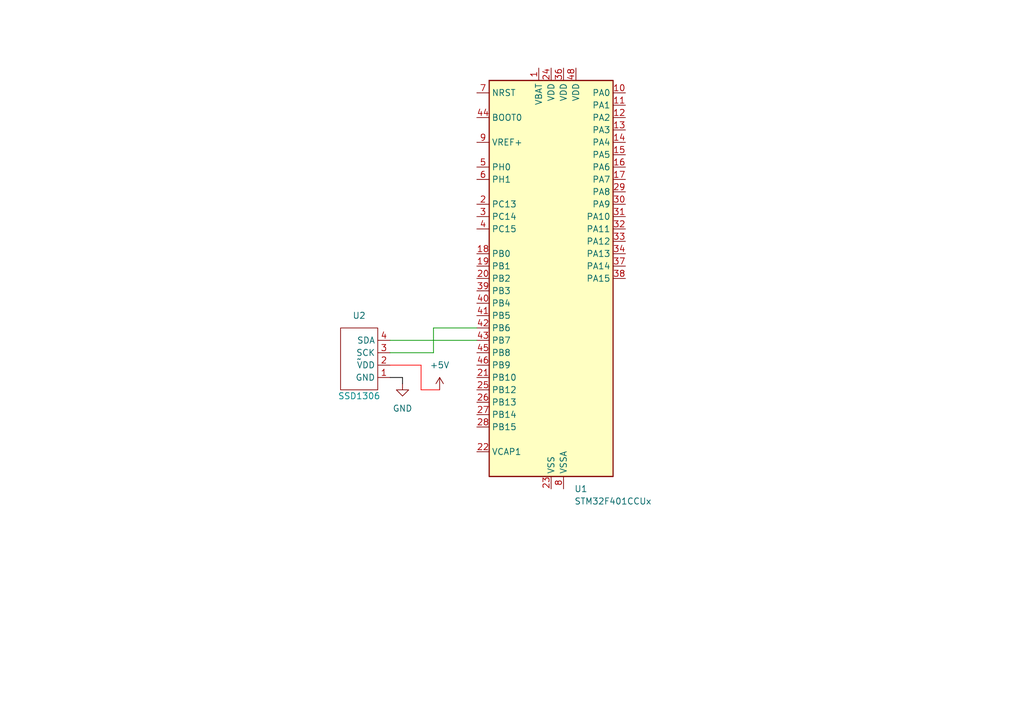
<source format=kicad_sch>
(kicad_sch (version 20230121) (generator eeschema)
  (paper "A5")
  (title_block (title "128x64 I2C OLED Display") (date "2025-10-28") (rev "1") (comment 1 "VDD should be connected to the 5V pin of the board"))
  (lib_symbols
    (symbol "MCU_ST_STM32F4:STM32F401CCUx"
      (property "Reference" "U" (at -12.7 41.91 0))
      (property "Value" "STM32F401CCUx" (at 7.62 41.91 0))
      (symbol "STM32F401CCUx_0_1"
        (rectangle (start -12.7 -40.64) (end 12.7 40.64) (stroke (width 0.254)) (fill (type background)))
      )
      (symbol "STM32F401CCUx_1_1"
        (pin power_in line (at -2.54 43.18 270) (length 2.54) (name "VBAT") (number "1"))
        (pin bidirectional line (at 15.24 38.1 180) (length 2.54) (name "PA0") (number "10"))
        (pin bidirectional line (at 15.24 35.56 180) (length 2.54) (name "PA1") (number "11"))
        (pin bidirectional line (at 15.24 33.02 180) (length 2.54) (name "PA2") (number "12"))
        (pin bidirectional line (at 15.24 30.48 180) (length 2.54) (name "PA3") (number "13"))
        (pin bidirectional line (at 15.24 27.94 180) (length 2.54) (name "PA4") (number "14"))
        (pin bidirectional line (at 15.24 25.4 180) (length 2.54) (name "PA5") (number "15"))
        (pin bidirectional line (at 15.24 22.86 180) (length 2.54) (name "PA6") (number "16"))
        (pin bidirectional line (at 15.24 20.32 180) (length 2.54) (name "PA7") (number "17"))
        (pin bidirectional line (at -15.24 5.08 0) (length 2.54) (name "PB0") (number "18"))
        (pin bidirectional line (at -15.24 2.54 0) (length 2.54) (name "PB1") (number "19"))
        (pin bidirectional line (at -15.24 15.24 0) (length 2.54) (name "PC13") (number "2"))
        (pin bidirectional line (at -15.24 0 0) (length 2.54) (name "PB2") (number "20"))
        (pin bidirectional line (at -15.24 -20.32 0) (length 2.54) (name "PB10") (number "21"))
        (pin power_out line (at -15.24 -35.56 0) (length 2.54) (name "VCAP1") (number "22"))
        (pin power_in line (at 0 -43.18 90) (length 2.54) (name "VSS") (number "23"))
        (pin power_in line (at 0 43.18 270) (length 2.54) (name "VDD") (number "24"))
        (pin bidirectional line (at -15.24 -22.86 0) (length 2.54) (name "PB12") (number "25"))
        (pin bidirectional line (at -15.24 -25.4 0) (length 2.54) (name "PB13") (number "26"))
        (pin bidirectional line (at -15.24 -27.94 0) (length 2.54) (name "PB14") (number "27"))
        (pin bidirectional line (at -15.24 -30.48 0) (length 2.54) (name "PB15") (number "28"))
        (pin bidirectional line (at 15.24 17.78 180) (length 2.54) (name "PA8") (number "29"))
        (pin bidirectional line (at -15.24 12.7 0) (length 2.54) (name "PC14") (number "3"))
        (pin bidirectional line (at 15.24 15.24 180) (length 2.54) (name "PA9") (number "30"))
        (pin bidirectional line (at 15.24 12.7 180) (length 2.54) (name "PA10") (number "31"))
        (pin bidirectional line (at 15.24 10.16 180) (length 2.54) (name "PA11") (number "32"))
        (pin bidirectional line (at 15.24 7.62 180) (length 2.54) (name "PA12") (number "33"))
        (pin bidirectional line (at 15.24 5.08 180) (length 2.54) (name "PA13") (number "34"))
        (pin passive line (at 0 -43.18 90) (length 2.54) hide (name "VSS") (number "35"))
        (pin power_in line (at 2.54 43.18 270) (length 2.54) (name "VDD") (number "36"))
        (pin bidirectional line (at 15.24 2.54 180) (length 2.54) (name "PA14") (number "37"))
        (pin bidirectional line (at 15.24 0 180) (length 2.54) (name "PA15") (number "38"))
        (pin bidirectional line (at -15.24 -2.54 0) (length 2.54) (name "PB3") (number "39"))
        (pin bidirectional line (at -15.24 10.16 0) (length 2.54) (name "PC15") (number "4"))
        (pin bidirectional line (at -15.24 -5.08 0) (length 2.54) (name "PB4") (number "40"))
        (pin bidirectional line (at -15.24 -7.62 0) (length 2.54) (name "PB5") (number "41"))
        (pin bidirectional line (at -15.24 -10.16 0) (length 2.54) (name "PB6") (number "42"))
        (pin bidirectional line (at -15.24 -12.7 0) (length 2.54) (name "PB7") (number "43"))
        (pin input line (at -15.24 33.02 0) (length 2.54) (name "BOOT0") (number "44"))
        (pin bidirectional line (at -15.24 -15.24 0) (length 2.54) (name "PB8") (number "45"))
        (pin bidirectional line (at -15.24 -17.78 0) (length 2.54) (name "PB9") (number "46"))
        (pin passive line (at 0 -43.18 90) (length 2.54) hide (name "VSS") (number "47"))
        (pin power_in line (at 5.08 43.18 270) (length 2.54) (name "VDD") (number "48"))
        (pin passive line (at 0 -43.18 90) (length 2.54) hide (name "VSS") (number "49"))
        (pin bidirectional line (at -15.24 22.86 0) (length 2.54) (name "PH0") (number "5"))
        (pin bidirectional line (at -15.24 20.32 0) (length 2.54) (name "PH1") (number "6"))
        (pin input line (at -15.24 38.1 0) (length 2.54) (name "NRST") (number "7"))
        (pin power_in line (at 2.54 -43.18 90) (length 2.54) (name "VSSA") (number "8"))
        (pin input line (at -15.24 27.94 0) (length 2.54) (name "VREF+") (number "9"))
      )
    )
    (symbol "power:+5V" (power) (pin_names (offset 0))
      (property "Value" "+5V" (at 0 3.556 0))
      (symbol "+5V_0_1"
        (polyline (pts (xy -0.762 1.27) (xy 0 2.54)))
        (polyline (pts (xy 0 0) (xy 0 2.54)))
        (polyline (pts (xy 0 2.54) (xy 0.762 1.27)))
      )
      (symbol "+5V_1_1"
        (pin power_in line (at 0 0 90) (length 0) hide (name "+5V") (number "1"))
      )
    )
    (symbol "power:GND" (power) (pin_names (offset 0))
      (property "Value" "GND" (at 0 -3.81 0))
      (symbol "GND_0_1"
        (polyline (pts (xy 0 0) (xy 0 -1.27) (xy 1.27 -1.27) (xy 0 -2.54) (xy -1.27 -1.27) (xy 0 -1.27)))
      )
      (symbol "GND_1_1"
        (pin power_in line (at 0 0 270) (length 0) hide (name "GND") (number "1"))
      )
    )
    (symbol "ssd1306_i2c:ssd1306_i2c"
      (property "Reference" "U" (at 0 10.16 0))
      (symbol "ssd1306_i2c_0_1"
        (rectangle (start -3.81 6.35) (end 3.81 -6.35))
      )
      (symbol "ssd1306_i2c_1_1"
        (text "SSD1306" (at 0 7.62 0) (effects (font (size 1.27 1.27))))
        (pin input line (at -6.35 3.81 0) (length 2.54) (name "GND") (number "1"))
        (pin input line (at -6.35 1.27 0) (length 2.54) (name "VDD") (number "2"))
        (pin input line (at -6.35 -1.27 0) (length 2.54) (name "SCK") (number "3"))
        (pin bidirectional line (at -6.35 -3.81 0) (length 2.54) (name "SDA") (number "4"))
      )
    )
  )
  (wire (pts (xy 80.01 74.93) (xy 86.36 74.93)) (stroke (width 0) (color 255 0 0 1)))
  (wire (pts (xy 86.36 74.93) (xy 86.36 80.01)) (stroke (width 0) (color 255 0 0 1)))
  (wire (pts (xy 97.79 67.31) (xy 88.9 67.31)))
  (wire (pts (xy 82.55 77.47) (xy 82.55 78.74)) (stroke (width 0) (color 0 0 0 1)))
  (wire (pts (xy 88.9 72.39) (xy 80.01 72.39)))
  (wire (pts (xy 88.9 67.31) (xy 88.9 72.39)))
  (wire (pts (xy 86.36 80.01) (xy 90.17 80.01)) (stroke (width 0) (color 255 0 0 1)))
  (wire (pts (xy 80.01 77.47) (xy 82.55 77.47)) (stroke (width 0) (color 0 0 0 1)))
  (wire (pts (xy 97.79 69.85) (xy 80.01 69.85)))
  (symbol (lib_id "MCU_ST_STM32F4:STM32F401CCUx") (at 113.03 57.15 0) (unit 1)
    (property "Reference" "U1" (at 117.7641 100.33 0) (effects (justify left)))
    (property "Value" "STM32F401CCUx" (at 117.7641 102.87 0) (effects (justify left)))
    (property "Footprint" "Package_DFN_QFN:QFN-48-1EP_7x7mm_P0.5mm_EP5.6x5.6mm" (effects hide))
    (property "Datasheet" "https://www.st.com/resource/en/datasheet/stm32f401cc.pdf" (effects hide))
  )
  (symbol (lib_id "ssd1306_i2c:ssd1306_i2c") (at 73.66 73.66 180) (unit 1)
    (property "Reference" "U2" (at 73.66 64.77 0))
    (property "Value" "~" (at 73.66 73.66 0))
  )
  (symbol (lib_id "power:GND") (at 82.55 78.74 0) (unit 1)
    (property "Reference" "#PWR01" (effects hide))
    (property "Value" "GND" (at 82.55 83.82 0))
  )
  (symbol (lib_id "power:+5V") (at 90.17 80.01 0) (unit 1)
    (property "Reference" "#PWR02" (effects hide))
    (property "Value" "+5V" (at 90.17 74.93 0))
  )
)
</source>
